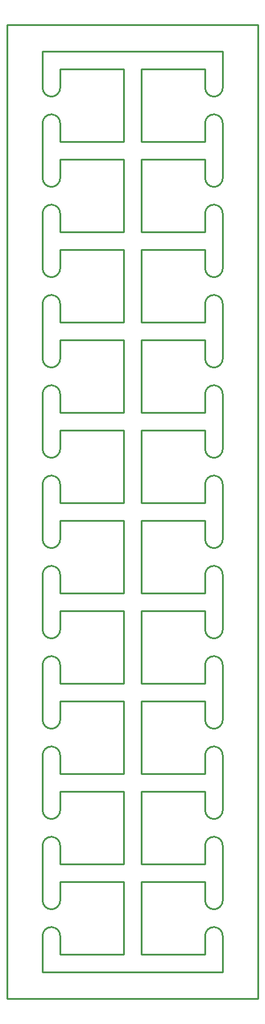
<source format=gbr>
G04 start of page 4 for group 2 idx 2 *
G04 Title: (unknown), outline *
G04 Creator: pcb 4.0.2 *
G04 CreationDate: Fri Feb  3 04:46:59 2023 UTC *
G04 For: ndholmes *
G04 Format: Gerber/RS-274X *
G04 PCB-Dimensions (mil): 1620.00 5800.00 *
G04 PCB-Coordinate-Origin: lower left *
%MOIN*%
%FSLAX25Y25*%
%LNOUTLINE*%
%ADD18C,0.0100*%
G54D18*X40000Y244000D02*X76000D01*
Y285000D02*Y244000D01*
X40000Y285000D02*Y274500D01*
Y244000D02*Y254500D01*
Y234000D02*X76000D01*
X40000Y285000D02*X76000D01*
X40000Y193000D02*X76000D01*
Y234000D02*Y193000D01*
X40000Y234000D02*Y223500D01*
Y193000D02*Y203500D01*
X30000Y254500D02*Y223500D01*
Y203500D02*Y172500D01*
X40000Y142000D02*X76000D01*
Y183000D02*Y142000D01*
X40000Y183000D02*Y172500D01*
Y142000D02*Y152500D01*
Y132000D02*X76000D01*
X40000Y183000D02*X76000D01*
X40000Y91000D02*X76000D01*
Y132000D02*Y91000D01*
X40000Y132000D02*Y121500D01*
Y91000D02*Y101500D01*
X30000Y152500D02*Y121500D01*
Y101500D02*Y70500D01*
X40000Y40000D02*X76000D01*
Y81000D02*Y40000D01*
X40000Y81000D02*Y70500D01*
Y40000D02*Y50500D01*
Y81000D02*X76000D01*
X86000D02*X122000D01*
X86000Y40000D02*X122000D01*
X86000Y81000D02*Y40000D01*
X122000Y50500D02*Y40000D01*
Y81000D02*Y70500D01*
X132000Y50500D02*Y30000D01*
Y101500D02*Y70500D01*
X30000Y50500D02*Y30000D01*
X10000Y15000D02*X152000D01*
X30000Y30000D02*X132000D01*
X86000Y132000D02*X122000D01*
X86000D02*Y91000D01*
X122000Y101500D02*Y91000D01*
Y132000D02*Y121500D01*
X86000Y142000D02*X122000D01*
X86000Y91000D02*X122000D01*
X86000Y183000D02*X122000D01*
X86000D02*Y142000D01*
X122000Y152500D02*Y142000D01*
Y183000D02*Y172500D01*
X132000Y152500D02*Y121500D01*
Y203500D02*Y172500D01*
X40000Y448000D02*X76000D01*
X40000Y438000D02*X76000D01*
Y397000D01*
X40000Y438000D02*Y427500D01*
Y448000D02*Y458500D01*
X30000D02*Y427500D01*
X40000Y397000D02*X76000D01*
X40000D02*Y407500D01*
Y387000D02*X76000D01*
X40000D02*Y376500D01*
X30000Y407500D02*Y376500D01*
X40000Y499000D02*X76000D01*
X40000Y540000D02*X76000D01*
Y499000D01*
X40000Y540000D02*Y529500D01*
Y499000D02*Y509500D01*
X30000Y550000D02*Y529500D01*
X40000Y489000D02*X76000D01*
Y448000D01*
X40000Y489000D02*Y478500D01*
X30000Y509500D02*Y478500D01*
X10000Y565000D02*X152000D01*
X30000Y550000D02*X132000D01*
X40000Y346000D02*X76000D01*
Y387000D02*Y346000D01*
X40000D02*Y356500D01*
Y295000D02*X76000D01*
X40000Y336000D02*X76000D01*
Y295000D01*
X40000Y336000D02*Y325500D01*
Y295000D02*Y305500D01*
X30000Y356500D02*Y325500D01*
Y305500D02*Y274500D01*
X10000Y565000D02*Y15000D01*
X152000D02*Y565000D01*
X86000Y234000D02*X122000D01*
X86000D02*Y193000D01*
X122000Y203500D02*Y193000D01*
Y234000D02*Y223500D01*
X86000Y244000D02*X122000D01*
X86000Y193000D02*X122000D01*
X86000Y285000D02*X122000D01*
X86000D02*Y244000D01*
X122000Y254500D02*Y244000D01*
Y285000D02*Y274500D01*
X132000Y254500D02*Y223500D01*
Y305500D02*Y274500D01*
X86000Y336000D02*X122000D01*
X86000D02*Y295000D01*
X122000Y305500D02*Y295000D01*
Y336000D02*Y325500D01*
X86000Y346000D02*X122000D01*
X86000Y295000D02*X122000D01*
X86000Y387000D02*X122000D01*
X86000D02*Y346000D01*
X122000Y356500D02*Y346000D01*
Y387000D02*Y376500D01*
X132000Y356500D02*Y325500D01*
Y407500D02*Y376500D01*
X86000Y438000D02*X122000D01*
X86000D02*Y397000D01*
X122000Y407500D02*Y397000D01*
Y438000D02*Y427500D01*
X86000Y448000D02*X122000D01*
X86000Y397000D02*X122000D01*
X86000Y489000D02*X122000D01*
X86000D02*Y448000D01*
X122000Y458500D02*Y448000D01*
Y489000D02*Y478500D01*
X132000Y458500D02*Y427500D01*
Y509500D02*Y478500D01*
Y550000D02*Y529500D01*
X86000Y540000D02*X122000D01*
X86000D02*Y499000D01*
X122000Y509500D02*Y499000D01*
Y540000D02*Y529500D01*
X86000Y499000D02*X122000D01*
X40000Y254500D02*G75*G03X35000Y259500I-5000J0D01*G01*
G75*G03X30000Y254500I0J-5000D01*G01*
Y223500D02*G75*G03X35000Y218500I5000J0D01*G01*
G75*G03X40000Y223500I0J5000D01*G01*
Y203500D02*G75*G03X35000Y208500I-5000J0D01*G01*
G75*G03X30000Y203500I0J-5000D01*G01*
Y172500D02*G75*G03X35000Y167500I5000J0D01*G01*
G75*G03X40000Y172500I0J5000D01*G01*
Y152500D02*G75*G03X35000Y157500I-5000J0D01*G01*
G75*G03X30000Y152500I0J-5000D01*G01*
Y121500D02*G75*G03X35000Y116500I5000J0D01*G01*
G75*G03X40000Y121500I0J5000D01*G01*
Y101500D02*G75*G03X35000Y106500I-5000J0D01*G01*
G75*G03X30000Y101500I0J-5000D01*G01*
Y70500D02*G75*G03X35000Y65500I5000J0D01*G01*
G75*G03X40000Y70500I0J5000D01*G01*
Y50500D02*G75*G03X35000Y55500I-5000J0D01*G01*
G75*G03X30000Y50500I0J-5000D01*G01*
X132000D02*G75*G03X127000Y55500I-5000J0D01*G01*
G75*G03X122000Y50500I0J-5000D01*G01*
Y70500D02*G75*G03X127000Y65500I5000J0D01*G01*
G75*G03X132000Y70500I0J5000D01*G01*
Y101500D02*G75*G03X127000Y106500I-5000J0D01*G01*
G75*G03X122000Y101500I0J-5000D01*G01*
Y121500D02*G75*G03X127000Y116500I5000J0D01*G01*
G75*G03X132000Y121500I0J5000D01*G01*
Y152500D02*G75*G03X127000Y157500I-5000J0D01*G01*
G75*G03X122000Y152500I0J-5000D01*G01*
Y172500D02*G75*G03X127000Y167500I5000J0D01*G01*
G75*G03X132000Y172500I0J5000D01*G01*
Y203500D02*G75*G03X127000Y208500I-5000J0D01*G01*
G75*G03X122000Y203500I0J-5000D01*G01*
Y223500D02*G75*G03X127000Y218500I5000J0D01*G01*
G75*G03X132000Y223500I0J5000D01*G01*
Y254500D02*G75*G03X127000Y259500I-5000J0D01*G01*
G75*G03X122000Y254500I0J-5000D01*G01*
Y274500D02*G75*G03X127000Y269500I5000J0D01*G01*
G75*G03X132000Y274500I0J5000D01*G01*
Y305500D02*G75*G03X127000Y310500I-5000J0D01*G01*
G75*G03X122000Y305500I0J-5000D01*G01*
Y325500D02*G75*G03X127000Y320500I5000J0D01*G01*
G75*G03X132000Y325500I0J5000D01*G01*
Y356500D02*G75*G03X127000Y361500I-5000J0D01*G01*
G75*G03X122000Y356500I0J-5000D01*G01*
Y376500D02*G75*G03X127000Y371500I5000J0D01*G01*
G75*G03X132000Y376500I0J5000D01*G01*
Y407500D02*G75*G03X127000Y412500I-5000J0D01*G01*
G75*G03X122000Y407500I0J-5000D01*G01*
Y427500D02*G75*G03X127000Y422500I5000J0D01*G01*
G75*G03X132000Y427500I0J5000D01*G01*
Y458500D02*G75*G03X127000Y463500I-5000J0D01*G01*
G75*G03X122000Y458500I0J-5000D01*G01*
Y478500D02*G75*G03X127000Y473500I5000J0D01*G01*
G75*G03X132000Y478500I0J5000D01*G01*
Y509500D02*G75*G03X127000Y514500I-5000J0D01*G01*
G75*G03X122000Y509500I0J-5000D01*G01*
Y529500D02*G75*G03X127000Y524500I5000J0D01*G01*
G75*G03X132000Y529500I0J5000D01*G01*
X30000Y427500D02*G75*G03X35000Y422500I5000J0D01*G01*
G75*G03X40000Y427500I0J5000D01*G01*
Y407500D02*G75*G03X35000Y412500I-5000J0D01*G01*
G75*G03X30000Y407500I0J-5000D01*G01*
Y376500D02*G75*G03X35000Y371500I5000J0D01*G01*
G75*G03X40000Y376500I0J5000D01*G01*
X30000Y478500D02*G75*G03X35000Y473500I5000J0D01*G01*
G75*G03X40000Y478500I0J5000D01*G01*
Y458500D02*G75*G03X35000Y463500I-5000J0D01*G01*
G75*G03X30000Y458500I0J-5000D01*G01*
Y529500D02*G75*G03X35000Y524500I5000J0D01*G01*
G75*G03X40000Y529500I0J5000D01*G01*
Y509500D02*G75*G03X35000Y514500I-5000J0D01*G01*
G75*G03X30000Y509500I0J-5000D01*G01*
X40000Y356500D02*G75*G03X35000Y361500I-5000J0D01*G01*
G75*G03X30000Y356500I0J-5000D01*G01*
Y325500D02*G75*G03X35000Y320500I5000J0D01*G01*
G75*G03X40000Y325500I0J5000D01*G01*
Y305500D02*G75*G03X35000Y310500I-5000J0D01*G01*
G75*G03X30000Y305500I0J-5000D01*G01*
Y274500D02*G75*G03X35000Y269500I5000J0D01*G01*
G75*G03X40000Y274500I0J5000D01*G01*
M02*

</source>
